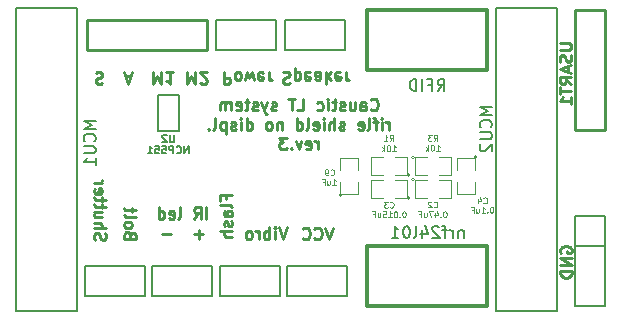
<source format=gbo>
G04 (created by PCBNEW (2013-may-18)-stable) date Вт 24 ноя 2015 00:04:13*
%MOIN*%
G04 Gerber Fmt 3.4, Leading zero omitted, Abs format*
%FSLAX34Y34*%
G01*
G70*
G90*
G04 APERTURE LIST*
%ADD10C,0.00590551*%
%ADD11C,0.00984252*%
%ADD12C,0.006*%
%ADD13C,0.0039*%
%ADD14C,0.012*%
%ADD15C,0.01*%
%ADD16C,0.005*%
%ADD17C,0.0043*%
%ADD18C,0.008*%
G04 APERTURE END LIST*
G54D10*
G54D11*
X36593Y-21598D02*
X36611Y-21616D01*
X36668Y-21635D01*
X36705Y-21635D01*
X36761Y-21616D01*
X36799Y-21579D01*
X36818Y-21541D01*
X36836Y-21467D01*
X36836Y-21410D01*
X36818Y-21335D01*
X36799Y-21298D01*
X36761Y-21260D01*
X36705Y-21242D01*
X36668Y-21242D01*
X36611Y-21260D01*
X36593Y-21279D01*
X36255Y-21635D02*
X36255Y-21429D01*
X36274Y-21392D01*
X36311Y-21373D01*
X36386Y-21373D01*
X36424Y-21392D01*
X36255Y-21616D02*
X36293Y-21635D01*
X36386Y-21635D01*
X36424Y-21616D01*
X36443Y-21579D01*
X36443Y-21541D01*
X36424Y-21504D01*
X36386Y-21485D01*
X36293Y-21485D01*
X36255Y-21467D01*
X35899Y-21373D02*
X35899Y-21635D01*
X36068Y-21373D02*
X36068Y-21579D01*
X36049Y-21616D01*
X36011Y-21635D01*
X35955Y-21635D01*
X35918Y-21616D01*
X35899Y-21598D01*
X35730Y-21616D02*
X35693Y-21635D01*
X35618Y-21635D01*
X35580Y-21616D01*
X35561Y-21579D01*
X35561Y-21560D01*
X35580Y-21523D01*
X35618Y-21504D01*
X35674Y-21504D01*
X35711Y-21485D01*
X35730Y-21448D01*
X35730Y-21429D01*
X35711Y-21392D01*
X35674Y-21373D01*
X35618Y-21373D01*
X35580Y-21392D01*
X35449Y-21373D02*
X35299Y-21373D01*
X35393Y-21242D02*
X35393Y-21579D01*
X35374Y-21616D01*
X35336Y-21635D01*
X35299Y-21635D01*
X35168Y-21635D02*
X35168Y-21373D01*
X35168Y-21242D02*
X35187Y-21260D01*
X35168Y-21279D01*
X35149Y-21260D01*
X35168Y-21242D01*
X35168Y-21279D01*
X34812Y-21616D02*
X34849Y-21635D01*
X34924Y-21635D01*
X34962Y-21616D01*
X34980Y-21598D01*
X34999Y-21560D01*
X34999Y-21448D01*
X34980Y-21410D01*
X34962Y-21392D01*
X34924Y-21373D01*
X34849Y-21373D01*
X34812Y-21392D01*
X34155Y-21635D02*
X34343Y-21635D01*
X34343Y-21242D01*
X34080Y-21242D02*
X33855Y-21242D01*
X33968Y-21635D02*
X33968Y-21242D01*
X33443Y-21616D02*
X33405Y-21635D01*
X33330Y-21635D01*
X33293Y-21616D01*
X33274Y-21579D01*
X33274Y-21560D01*
X33293Y-21523D01*
X33330Y-21504D01*
X33387Y-21504D01*
X33424Y-21485D01*
X33443Y-21448D01*
X33443Y-21429D01*
X33424Y-21392D01*
X33387Y-21373D01*
X33330Y-21373D01*
X33293Y-21392D01*
X33143Y-21373D02*
X33049Y-21635D01*
X32956Y-21373D02*
X33049Y-21635D01*
X33087Y-21729D01*
X33106Y-21748D01*
X33143Y-21766D01*
X32824Y-21616D02*
X32787Y-21635D01*
X32712Y-21635D01*
X32674Y-21616D01*
X32656Y-21579D01*
X32656Y-21560D01*
X32674Y-21523D01*
X32712Y-21504D01*
X32768Y-21504D01*
X32806Y-21485D01*
X32824Y-21448D01*
X32824Y-21429D01*
X32806Y-21392D01*
X32768Y-21373D01*
X32712Y-21373D01*
X32674Y-21392D01*
X32543Y-21373D02*
X32393Y-21373D01*
X32487Y-21242D02*
X32487Y-21579D01*
X32468Y-21616D01*
X32431Y-21635D01*
X32393Y-21635D01*
X32112Y-21616D02*
X32149Y-21635D01*
X32224Y-21635D01*
X32262Y-21616D01*
X32281Y-21579D01*
X32281Y-21429D01*
X32262Y-21392D01*
X32224Y-21373D01*
X32149Y-21373D01*
X32112Y-21392D01*
X32093Y-21429D01*
X32093Y-21467D01*
X32281Y-21504D01*
X31924Y-21635D02*
X31924Y-21373D01*
X31924Y-21410D02*
X31906Y-21392D01*
X31868Y-21373D01*
X31812Y-21373D01*
X31774Y-21392D01*
X31756Y-21429D01*
X31756Y-21635D01*
X31756Y-21429D02*
X31737Y-21392D01*
X31699Y-21373D01*
X31643Y-21373D01*
X31606Y-21392D01*
X31587Y-21429D01*
X31587Y-21635D01*
X37202Y-22285D02*
X37202Y-22022D01*
X37202Y-22097D02*
X37183Y-22060D01*
X37164Y-22041D01*
X37127Y-22022D01*
X37089Y-22022D01*
X36958Y-22285D02*
X36958Y-22022D01*
X36958Y-21891D02*
X36977Y-21910D01*
X36958Y-21929D01*
X36939Y-21910D01*
X36958Y-21891D01*
X36958Y-21929D01*
X36827Y-22022D02*
X36677Y-22022D01*
X36771Y-22285D02*
X36771Y-21947D01*
X36752Y-21910D01*
X36714Y-21891D01*
X36677Y-21891D01*
X36489Y-22285D02*
X36527Y-22266D01*
X36546Y-22229D01*
X36546Y-21891D01*
X36190Y-22266D02*
X36227Y-22285D01*
X36302Y-22285D01*
X36339Y-22266D01*
X36358Y-22229D01*
X36358Y-22079D01*
X36339Y-22041D01*
X36302Y-22022D01*
X36227Y-22022D01*
X36190Y-22041D01*
X36171Y-22079D01*
X36171Y-22116D01*
X36358Y-22154D01*
X35721Y-22266D02*
X35683Y-22285D01*
X35608Y-22285D01*
X35571Y-22266D01*
X35552Y-22229D01*
X35552Y-22210D01*
X35571Y-22172D01*
X35608Y-22154D01*
X35665Y-22154D01*
X35702Y-22135D01*
X35721Y-22097D01*
X35721Y-22079D01*
X35702Y-22041D01*
X35665Y-22022D01*
X35608Y-22022D01*
X35571Y-22041D01*
X35383Y-22285D02*
X35383Y-21891D01*
X35215Y-22285D02*
X35215Y-22079D01*
X35233Y-22041D01*
X35271Y-22022D01*
X35327Y-22022D01*
X35365Y-22041D01*
X35383Y-22060D01*
X35027Y-22285D02*
X35027Y-22022D01*
X35027Y-21891D02*
X35046Y-21910D01*
X35027Y-21929D01*
X35008Y-21910D01*
X35027Y-21891D01*
X35027Y-21929D01*
X34690Y-22266D02*
X34727Y-22285D01*
X34802Y-22285D01*
X34840Y-22266D01*
X34858Y-22229D01*
X34858Y-22079D01*
X34840Y-22041D01*
X34802Y-22022D01*
X34727Y-22022D01*
X34690Y-22041D01*
X34671Y-22079D01*
X34671Y-22116D01*
X34858Y-22154D01*
X34446Y-22285D02*
X34483Y-22266D01*
X34502Y-22229D01*
X34502Y-21891D01*
X34127Y-22285D02*
X34127Y-21891D01*
X34127Y-22266D02*
X34165Y-22285D01*
X34240Y-22285D01*
X34277Y-22266D01*
X34296Y-22247D01*
X34315Y-22210D01*
X34315Y-22097D01*
X34296Y-22060D01*
X34277Y-22041D01*
X34240Y-22022D01*
X34165Y-22022D01*
X34127Y-22041D01*
X33640Y-22022D02*
X33640Y-22285D01*
X33640Y-22060D02*
X33621Y-22041D01*
X33584Y-22022D01*
X33527Y-22022D01*
X33490Y-22041D01*
X33471Y-22079D01*
X33471Y-22285D01*
X33227Y-22285D02*
X33265Y-22266D01*
X33284Y-22247D01*
X33302Y-22210D01*
X33302Y-22097D01*
X33284Y-22060D01*
X33265Y-22041D01*
X33227Y-22022D01*
X33171Y-22022D01*
X33134Y-22041D01*
X33115Y-22060D01*
X33096Y-22097D01*
X33096Y-22210D01*
X33115Y-22247D01*
X33134Y-22266D01*
X33171Y-22285D01*
X33227Y-22285D01*
X32459Y-22285D02*
X32459Y-21891D01*
X32459Y-22266D02*
X32496Y-22285D01*
X32571Y-22285D01*
X32609Y-22266D01*
X32627Y-22247D01*
X32646Y-22210D01*
X32646Y-22097D01*
X32627Y-22060D01*
X32609Y-22041D01*
X32571Y-22022D01*
X32496Y-22022D01*
X32459Y-22041D01*
X32271Y-22285D02*
X32271Y-22022D01*
X32271Y-21891D02*
X32290Y-21910D01*
X32271Y-21929D01*
X32252Y-21910D01*
X32271Y-21891D01*
X32271Y-21929D01*
X32103Y-22266D02*
X32065Y-22285D01*
X31990Y-22285D01*
X31953Y-22266D01*
X31934Y-22229D01*
X31934Y-22210D01*
X31953Y-22172D01*
X31990Y-22154D01*
X32046Y-22154D01*
X32084Y-22135D01*
X32103Y-22097D01*
X32103Y-22079D01*
X32084Y-22041D01*
X32046Y-22022D01*
X31990Y-22022D01*
X31953Y-22041D01*
X31765Y-22022D02*
X31765Y-22416D01*
X31765Y-22041D02*
X31728Y-22022D01*
X31653Y-22022D01*
X31615Y-22041D01*
X31596Y-22060D01*
X31578Y-22097D01*
X31578Y-22210D01*
X31596Y-22247D01*
X31615Y-22266D01*
X31653Y-22285D01*
X31728Y-22285D01*
X31765Y-22266D01*
X31353Y-22285D02*
X31390Y-22266D01*
X31409Y-22229D01*
X31409Y-21891D01*
X31203Y-22247D02*
X31184Y-22266D01*
X31203Y-22285D01*
X31221Y-22266D01*
X31203Y-22247D01*
X31203Y-22285D01*
X34830Y-22934D02*
X34830Y-22672D01*
X34830Y-22747D02*
X34812Y-22709D01*
X34793Y-22691D01*
X34755Y-22672D01*
X34718Y-22672D01*
X34437Y-22916D02*
X34474Y-22934D01*
X34549Y-22934D01*
X34587Y-22916D01*
X34605Y-22878D01*
X34605Y-22728D01*
X34587Y-22691D01*
X34549Y-22672D01*
X34474Y-22672D01*
X34437Y-22691D01*
X34418Y-22728D01*
X34418Y-22766D01*
X34605Y-22803D01*
X34287Y-22672D02*
X34193Y-22934D01*
X34099Y-22672D01*
X33949Y-22897D02*
X33930Y-22916D01*
X33949Y-22934D01*
X33968Y-22916D01*
X33949Y-22897D01*
X33949Y-22934D01*
X33799Y-22541D02*
X33555Y-22541D01*
X33687Y-22691D01*
X33630Y-22691D01*
X33593Y-22709D01*
X33574Y-22728D01*
X33555Y-22766D01*
X33555Y-22859D01*
X33574Y-22897D01*
X33593Y-22916D01*
X33630Y-22934D01*
X33743Y-22934D01*
X33780Y-22916D01*
X33799Y-22897D01*
X42934Y-26383D02*
X42915Y-26345D01*
X42915Y-26289D01*
X42934Y-26233D01*
X42971Y-26195D01*
X43008Y-26176D01*
X43083Y-26158D01*
X43140Y-26158D01*
X43215Y-26176D01*
X43252Y-26195D01*
X43290Y-26233D01*
X43308Y-26289D01*
X43308Y-26326D01*
X43290Y-26383D01*
X43271Y-26401D01*
X43140Y-26401D01*
X43140Y-26326D01*
X43308Y-26570D02*
X42915Y-26570D01*
X43308Y-26795D01*
X42915Y-26795D01*
X43308Y-26983D02*
X42915Y-26983D01*
X42915Y-27076D01*
X42934Y-27133D01*
X42971Y-27170D01*
X43008Y-27189D01*
X43083Y-27208D01*
X43140Y-27208D01*
X43215Y-27189D01*
X43252Y-27170D01*
X43290Y-27133D01*
X43308Y-27076D01*
X43308Y-26983D01*
X42895Y-19400D02*
X43214Y-19400D01*
X43251Y-19419D01*
X43270Y-19438D01*
X43289Y-19475D01*
X43289Y-19550D01*
X43270Y-19588D01*
X43251Y-19606D01*
X43214Y-19625D01*
X42895Y-19625D01*
X43270Y-19794D02*
X43289Y-19850D01*
X43289Y-19944D01*
X43270Y-19981D01*
X43251Y-20000D01*
X43214Y-20019D01*
X43176Y-20019D01*
X43139Y-20000D01*
X43120Y-19981D01*
X43101Y-19944D01*
X43083Y-19869D01*
X43064Y-19831D01*
X43045Y-19812D01*
X43008Y-19794D01*
X42970Y-19794D01*
X42933Y-19812D01*
X42914Y-19831D01*
X42895Y-19869D01*
X42895Y-19962D01*
X42914Y-20019D01*
X43176Y-20169D02*
X43176Y-20356D01*
X43289Y-20131D02*
X42895Y-20262D01*
X43289Y-20394D01*
X43289Y-20750D02*
X43101Y-20619D01*
X43289Y-20525D02*
X42895Y-20525D01*
X42895Y-20675D01*
X42914Y-20712D01*
X42933Y-20731D01*
X42970Y-20750D01*
X43026Y-20750D01*
X43064Y-20731D01*
X43083Y-20712D01*
X43101Y-20675D01*
X43101Y-20525D01*
X42895Y-20862D02*
X42895Y-21087D01*
X43289Y-20975D02*
X42895Y-20975D01*
X43289Y-21425D02*
X43289Y-21200D01*
X43289Y-21312D02*
X42895Y-21312D01*
X42951Y-21275D01*
X42989Y-21237D01*
X43008Y-21200D01*
X27425Y-20381D02*
X27481Y-20362D01*
X27575Y-20362D01*
X27612Y-20381D01*
X27631Y-20399D01*
X27650Y-20437D01*
X27650Y-20474D01*
X27631Y-20512D01*
X27612Y-20531D01*
X27575Y-20549D01*
X27500Y-20568D01*
X27462Y-20587D01*
X27444Y-20606D01*
X27425Y-20643D01*
X27425Y-20681D01*
X27444Y-20718D01*
X27462Y-20737D01*
X27500Y-20755D01*
X27594Y-20755D01*
X27650Y-20737D01*
X28400Y-20474D02*
X28587Y-20474D01*
X28362Y-20362D02*
X28494Y-20755D01*
X28625Y-20362D01*
X29356Y-20362D02*
X29356Y-20755D01*
X29487Y-20474D01*
X29618Y-20755D01*
X29618Y-20362D01*
X30012Y-20362D02*
X29787Y-20362D01*
X29900Y-20362D02*
X29900Y-20755D01*
X29862Y-20699D01*
X29825Y-20662D01*
X29787Y-20643D01*
X30481Y-20362D02*
X30481Y-20755D01*
X30612Y-20474D01*
X30743Y-20755D01*
X30743Y-20362D01*
X30912Y-20718D02*
X30931Y-20737D01*
X30968Y-20755D01*
X31062Y-20755D01*
X31100Y-20737D01*
X31118Y-20718D01*
X31137Y-20681D01*
X31137Y-20643D01*
X31118Y-20587D01*
X30893Y-20362D01*
X31137Y-20362D01*
X31692Y-20362D02*
X31692Y-20755D01*
X31842Y-20755D01*
X31879Y-20737D01*
X31898Y-20718D01*
X31917Y-20681D01*
X31917Y-20624D01*
X31898Y-20587D01*
X31879Y-20568D01*
X31842Y-20549D01*
X31692Y-20549D01*
X32142Y-20362D02*
X32104Y-20381D01*
X32086Y-20399D01*
X32067Y-20437D01*
X32067Y-20549D01*
X32086Y-20587D01*
X32104Y-20606D01*
X32142Y-20624D01*
X32198Y-20624D01*
X32236Y-20606D01*
X32254Y-20587D01*
X32273Y-20549D01*
X32273Y-20437D01*
X32254Y-20399D01*
X32236Y-20381D01*
X32198Y-20362D01*
X32142Y-20362D01*
X32404Y-20624D02*
X32479Y-20362D01*
X32554Y-20549D01*
X32629Y-20362D01*
X32704Y-20624D01*
X33004Y-20381D02*
X32967Y-20362D01*
X32892Y-20362D01*
X32854Y-20381D01*
X32836Y-20418D01*
X32836Y-20568D01*
X32854Y-20606D01*
X32892Y-20624D01*
X32967Y-20624D01*
X33004Y-20606D01*
X33023Y-20568D01*
X33023Y-20531D01*
X32836Y-20493D01*
X33192Y-20362D02*
X33192Y-20624D01*
X33192Y-20549D02*
X33211Y-20587D01*
X33229Y-20606D01*
X33267Y-20624D01*
X33304Y-20624D01*
X33666Y-20371D02*
X33722Y-20352D01*
X33816Y-20352D01*
X33854Y-20371D01*
X33872Y-20389D01*
X33891Y-20427D01*
X33891Y-20464D01*
X33872Y-20502D01*
X33854Y-20521D01*
X33816Y-20539D01*
X33741Y-20558D01*
X33704Y-20577D01*
X33685Y-20596D01*
X33666Y-20633D01*
X33666Y-20671D01*
X33685Y-20708D01*
X33704Y-20727D01*
X33741Y-20746D01*
X33835Y-20746D01*
X33891Y-20727D01*
X34060Y-20614D02*
X34060Y-20221D01*
X34060Y-20596D02*
X34097Y-20614D01*
X34172Y-20614D01*
X34210Y-20596D01*
X34229Y-20577D01*
X34247Y-20539D01*
X34247Y-20427D01*
X34229Y-20389D01*
X34210Y-20371D01*
X34172Y-20352D01*
X34097Y-20352D01*
X34060Y-20371D01*
X34566Y-20371D02*
X34528Y-20352D01*
X34453Y-20352D01*
X34416Y-20371D01*
X34397Y-20408D01*
X34397Y-20558D01*
X34416Y-20596D01*
X34453Y-20614D01*
X34528Y-20614D01*
X34566Y-20596D01*
X34585Y-20558D01*
X34585Y-20521D01*
X34397Y-20483D01*
X34922Y-20352D02*
X34922Y-20558D01*
X34903Y-20596D01*
X34866Y-20614D01*
X34791Y-20614D01*
X34753Y-20596D01*
X34922Y-20371D02*
X34885Y-20352D01*
X34791Y-20352D01*
X34753Y-20371D01*
X34735Y-20408D01*
X34735Y-20446D01*
X34753Y-20483D01*
X34791Y-20502D01*
X34885Y-20502D01*
X34922Y-20521D01*
X35110Y-20352D02*
X35110Y-20746D01*
X35147Y-20502D02*
X35260Y-20352D01*
X35260Y-20614D02*
X35110Y-20464D01*
X35578Y-20371D02*
X35541Y-20352D01*
X35466Y-20352D01*
X35428Y-20371D01*
X35410Y-20408D01*
X35410Y-20558D01*
X35428Y-20596D01*
X35466Y-20614D01*
X35541Y-20614D01*
X35578Y-20596D01*
X35597Y-20558D01*
X35597Y-20521D01*
X35410Y-20483D01*
X35766Y-20352D02*
X35766Y-20614D01*
X35766Y-20539D02*
X35785Y-20577D01*
X35803Y-20596D01*
X35841Y-20614D01*
X35878Y-20614D01*
X28580Y-25798D02*
X28561Y-25742D01*
X28542Y-25723D01*
X28505Y-25704D01*
X28449Y-25704D01*
X28411Y-25723D01*
X28392Y-25742D01*
X28374Y-25779D01*
X28374Y-25929D01*
X28767Y-25929D01*
X28767Y-25798D01*
X28749Y-25761D01*
X28730Y-25742D01*
X28692Y-25723D01*
X28655Y-25723D01*
X28617Y-25742D01*
X28599Y-25761D01*
X28580Y-25798D01*
X28580Y-25929D01*
X28374Y-25479D02*
X28392Y-25517D01*
X28411Y-25536D01*
X28449Y-25554D01*
X28561Y-25554D01*
X28599Y-25536D01*
X28617Y-25517D01*
X28636Y-25479D01*
X28636Y-25423D01*
X28617Y-25386D01*
X28599Y-25367D01*
X28561Y-25348D01*
X28449Y-25348D01*
X28411Y-25367D01*
X28392Y-25386D01*
X28374Y-25423D01*
X28374Y-25479D01*
X28374Y-25123D02*
X28392Y-25161D01*
X28430Y-25179D01*
X28767Y-25179D01*
X28636Y-25029D02*
X28636Y-24880D01*
X28767Y-24973D02*
X28430Y-24973D01*
X28392Y-24955D01*
X28374Y-24917D01*
X28374Y-24880D01*
X27398Y-25954D02*
X27380Y-25898D01*
X27380Y-25804D01*
X27398Y-25767D01*
X27417Y-25748D01*
X27455Y-25729D01*
X27492Y-25729D01*
X27529Y-25748D01*
X27548Y-25767D01*
X27567Y-25804D01*
X27586Y-25879D01*
X27604Y-25917D01*
X27623Y-25935D01*
X27661Y-25954D01*
X27698Y-25954D01*
X27736Y-25935D01*
X27754Y-25917D01*
X27773Y-25879D01*
X27773Y-25785D01*
X27754Y-25729D01*
X27380Y-25561D02*
X27773Y-25561D01*
X27380Y-25392D02*
X27586Y-25392D01*
X27623Y-25411D01*
X27642Y-25448D01*
X27642Y-25504D01*
X27623Y-25542D01*
X27604Y-25561D01*
X27642Y-25036D02*
X27380Y-25036D01*
X27642Y-25204D02*
X27436Y-25204D01*
X27398Y-25186D01*
X27380Y-25148D01*
X27380Y-25092D01*
X27398Y-25054D01*
X27417Y-25036D01*
X27642Y-24904D02*
X27642Y-24754D01*
X27773Y-24848D02*
X27436Y-24848D01*
X27398Y-24829D01*
X27380Y-24792D01*
X27380Y-24754D01*
X27642Y-24679D02*
X27642Y-24529D01*
X27773Y-24623D02*
X27436Y-24623D01*
X27398Y-24604D01*
X27380Y-24567D01*
X27380Y-24529D01*
X27398Y-24248D02*
X27380Y-24286D01*
X27380Y-24361D01*
X27398Y-24398D01*
X27436Y-24417D01*
X27586Y-24417D01*
X27623Y-24398D01*
X27642Y-24361D01*
X27642Y-24286D01*
X27623Y-24248D01*
X27586Y-24229D01*
X27548Y-24229D01*
X27511Y-24417D01*
X27380Y-24061D02*
X27642Y-24061D01*
X27567Y-24061D02*
X27604Y-24042D01*
X27623Y-24023D01*
X27642Y-23986D01*
X27642Y-23948D01*
X31121Y-25257D02*
X31121Y-24864D01*
X30709Y-25257D02*
X30840Y-25070D01*
X30934Y-25257D02*
X30934Y-24864D01*
X30784Y-24864D01*
X30746Y-24882D01*
X30727Y-24901D01*
X30709Y-24939D01*
X30709Y-24995D01*
X30727Y-25032D01*
X30746Y-25051D01*
X30784Y-25070D01*
X30934Y-25070D01*
X30184Y-25257D02*
X30221Y-25239D01*
X30240Y-25201D01*
X30240Y-24864D01*
X29884Y-25239D02*
X29921Y-25257D01*
X29996Y-25257D01*
X30034Y-25239D01*
X30052Y-25201D01*
X30052Y-25051D01*
X30034Y-25014D01*
X29996Y-24995D01*
X29921Y-24995D01*
X29884Y-25014D01*
X29865Y-25051D01*
X29865Y-25089D01*
X30052Y-25126D01*
X29528Y-25257D02*
X29528Y-24864D01*
X29528Y-25239D02*
X29565Y-25257D01*
X29640Y-25257D01*
X29678Y-25239D01*
X29696Y-25220D01*
X29715Y-25182D01*
X29715Y-25070D01*
X29696Y-25032D01*
X29678Y-25014D01*
X29640Y-24995D01*
X29565Y-24995D01*
X29528Y-25014D01*
X31018Y-25757D02*
X30718Y-25757D01*
X30868Y-25907D02*
X30868Y-25607D01*
X29931Y-25757D02*
X29631Y-25757D01*
X31764Y-24585D02*
X31764Y-24453D01*
X31970Y-24453D02*
X31576Y-24453D01*
X31576Y-24641D01*
X31970Y-24847D02*
X31951Y-24810D01*
X31914Y-24791D01*
X31576Y-24791D01*
X31970Y-25166D02*
X31764Y-25166D01*
X31726Y-25147D01*
X31707Y-25110D01*
X31707Y-25035D01*
X31726Y-24997D01*
X31951Y-25166D02*
X31970Y-25128D01*
X31970Y-25035D01*
X31951Y-24997D01*
X31914Y-24978D01*
X31876Y-24978D01*
X31839Y-24997D01*
X31820Y-25035D01*
X31820Y-25128D01*
X31801Y-25166D01*
X31951Y-25335D02*
X31970Y-25372D01*
X31970Y-25447D01*
X31951Y-25485D01*
X31914Y-25503D01*
X31895Y-25503D01*
X31857Y-25485D01*
X31839Y-25447D01*
X31839Y-25391D01*
X31820Y-25353D01*
X31782Y-25335D01*
X31764Y-25335D01*
X31726Y-25353D01*
X31707Y-25391D01*
X31707Y-25447D01*
X31726Y-25485D01*
X31970Y-25672D02*
X31576Y-25672D01*
X31970Y-25841D02*
X31764Y-25841D01*
X31726Y-25822D01*
X31707Y-25785D01*
X31707Y-25728D01*
X31726Y-25691D01*
X31745Y-25672D01*
X33803Y-25533D02*
X33672Y-25927D01*
X33540Y-25533D01*
X33409Y-25927D02*
X33409Y-25664D01*
X33409Y-25533D02*
X33428Y-25552D01*
X33409Y-25570D01*
X33390Y-25552D01*
X33409Y-25533D01*
X33409Y-25570D01*
X33222Y-25927D02*
X33222Y-25533D01*
X33222Y-25683D02*
X33184Y-25664D01*
X33109Y-25664D01*
X33072Y-25683D01*
X33053Y-25702D01*
X33034Y-25739D01*
X33034Y-25852D01*
X33053Y-25889D01*
X33072Y-25908D01*
X33109Y-25927D01*
X33184Y-25927D01*
X33222Y-25908D01*
X32866Y-25927D02*
X32866Y-25664D01*
X32866Y-25739D02*
X32847Y-25702D01*
X32828Y-25683D01*
X32791Y-25664D01*
X32753Y-25664D01*
X32566Y-25927D02*
X32603Y-25908D01*
X32622Y-25889D01*
X32641Y-25852D01*
X32641Y-25739D01*
X32622Y-25702D01*
X32603Y-25683D01*
X32566Y-25664D01*
X32509Y-25664D01*
X32472Y-25683D01*
X32453Y-25702D01*
X32434Y-25739D01*
X32434Y-25852D01*
X32453Y-25889D01*
X32472Y-25908D01*
X32509Y-25927D01*
X32566Y-25927D01*
X35337Y-25543D02*
X35206Y-25936D01*
X35075Y-25543D01*
X34719Y-25899D02*
X34738Y-25918D01*
X34794Y-25936D01*
X34831Y-25936D01*
X34887Y-25918D01*
X34925Y-25880D01*
X34944Y-25843D01*
X34962Y-25768D01*
X34962Y-25711D01*
X34944Y-25636D01*
X34925Y-25599D01*
X34887Y-25561D01*
X34831Y-25543D01*
X34794Y-25543D01*
X34738Y-25561D01*
X34719Y-25580D01*
X34325Y-25899D02*
X34344Y-25918D01*
X34400Y-25936D01*
X34438Y-25936D01*
X34494Y-25918D01*
X34531Y-25880D01*
X34550Y-25843D01*
X34569Y-25768D01*
X34569Y-25711D01*
X34550Y-25636D01*
X34531Y-25599D01*
X34494Y-25561D01*
X34438Y-25543D01*
X34400Y-25543D01*
X34344Y-25561D01*
X34325Y-25580D01*
G54D12*
X29314Y-26822D02*
X29314Y-27822D01*
X29314Y-27822D02*
X31314Y-27822D01*
X31314Y-27822D02*
X31314Y-26822D01*
X31314Y-26822D02*
X29314Y-26822D01*
G54D13*
X38061Y-23203D02*
G75*
G03X38061Y-23203I-50J0D01*
G74*
G01*
X38461Y-23203D02*
X38061Y-23203D01*
X38061Y-23203D02*
X38061Y-23803D01*
X38061Y-23803D02*
X38461Y-23803D01*
X38861Y-23803D02*
X39261Y-23803D01*
X39261Y-23803D02*
X39261Y-23203D01*
X39261Y-23203D02*
X38861Y-23203D01*
X37904Y-24551D02*
G75*
G03X37904Y-24551I-50J0D01*
G74*
G01*
X37404Y-24551D02*
X37804Y-24551D01*
X37804Y-24551D02*
X37804Y-23951D01*
X37804Y-23951D02*
X37404Y-23951D01*
X37004Y-23951D02*
X36604Y-23951D01*
X36604Y-23951D02*
X36604Y-24551D01*
X36604Y-24551D02*
X37004Y-24551D01*
X37904Y-23803D02*
G75*
G03X37904Y-23803I-50J0D01*
G74*
G01*
X37404Y-23803D02*
X37804Y-23803D01*
X37804Y-23803D02*
X37804Y-23203D01*
X37804Y-23203D02*
X37404Y-23203D01*
X37004Y-23203D02*
X36604Y-23203D01*
X36604Y-23203D02*
X36604Y-23803D01*
X36604Y-23803D02*
X37004Y-23803D01*
X38061Y-23951D02*
G75*
G03X38061Y-23951I-50J0D01*
G74*
G01*
X38461Y-23951D02*
X38061Y-23951D01*
X38061Y-23951D02*
X38061Y-24551D01*
X38061Y-24551D02*
X38461Y-24551D01*
X38861Y-24551D02*
X39261Y-24551D01*
X39261Y-24551D02*
X39261Y-23951D01*
X39261Y-23951D02*
X38861Y-23951D01*
X35635Y-24468D02*
G75*
G03X35635Y-24468I-50J0D01*
G74*
G01*
X35585Y-24018D02*
X35585Y-24418D01*
X35585Y-24418D02*
X36185Y-24418D01*
X36185Y-24418D02*
X36185Y-24018D01*
X36185Y-23618D02*
X36185Y-23218D01*
X36185Y-23218D02*
X35585Y-23218D01*
X35585Y-23218D02*
X35585Y-23618D01*
X40133Y-23188D02*
G75*
G03X40133Y-23188I-50J0D01*
G74*
G01*
X40083Y-23638D02*
X40083Y-23238D01*
X40083Y-23238D02*
X39483Y-23238D01*
X39483Y-23238D02*
X39483Y-23638D01*
X39483Y-24038D02*
X39483Y-24438D01*
X39483Y-24438D02*
X40083Y-24438D01*
X40083Y-24438D02*
X40083Y-24038D01*
G54D14*
X36484Y-28165D02*
X40484Y-28165D01*
X40484Y-28165D02*
X40484Y-26165D01*
X40484Y-26165D02*
X36484Y-26165D01*
X36484Y-26165D02*
X36484Y-28165D01*
X40484Y-18291D02*
X36484Y-18291D01*
X36484Y-18291D02*
X36484Y-20291D01*
X36484Y-20291D02*
X40484Y-20291D01*
X40484Y-20291D02*
X40484Y-18291D01*
G54D15*
X31133Y-18633D02*
X27133Y-18633D01*
X31133Y-19633D02*
X27133Y-19633D01*
X27133Y-19633D02*
X27133Y-18633D01*
X31133Y-18633D02*
X31133Y-19633D01*
X44397Y-22275D02*
X44397Y-18275D01*
X43397Y-22275D02*
X43397Y-18275D01*
X43397Y-18275D02*
X44397Y-18275D01*
X44397Y-22275D02*
X43397Y-22275D01*
G54D12*
X44397Y-25173D02*
X43397Y-25173D01*
X43397Y-25173D02*
X43397Y-28173D01*
X43397Y-28173D02*
X44397Y-28173D01*
X44397Y-28173D02*
X44397Y-25173D01*
X43397Y-26173D02*
X44397Y-26173D01*
X27070Y-26822D02*
X27070Y-27822D01*
X27070Y-27822D02*
X29070Y-27822D01*
X29070Y-27822D02*
X29070Y-26822D01*
X29070Y-26822D02*
X27070Y-26822D01*
X35724Y-19633D02*
X35724Y-18633D01*
X35724Y-18633D02*
X33724Y-18633D01*
X33724Y-18633D02*
X33724Y-19633D01*
X33724Y-19633D02*
X35724Y-19633D01*
X33440Y-19633D02*
X33440Y-18633D01*
X33440Y-18633D02*
X31440Y-18633D01*
X31440Y-18633D02*
X31440Y-19633D01*
X31440Y-19633D02*
X33440Y-19633D01*
X31559Y-26822D02*
X31559Y-27822D01*
X31559Y-27822D02*
X33559Y-27822D01*
X33559Y-27822D02*
X33559Y-26822D01*
X33559Y-26822D02*
X31559Y-26822D01*
X33803Y-26822D02*
X33803Y-27822D01*
X33803Y-27822D02*
X35803Y-27822D01*
X35803Y-27822D02*
X35803Y-26822D01*
X35803Y-26822D02*
X33803Y-26822D01*
G54D10*
X24763Y-18228D02*
X24763Y-28307D01*
X24763Y-28307D02*
X26811Y-28307D01*
X26811Y-28307D02*
X26811Y-18228D01*
X26811Y-18228D02*
X24763Y-18228D01*
X42811Y-28307D02*
X42811Y-18228D01*
X42811Y-18228D02*
X40763Y-18228D01*
X40763Y-18228D02*
X40763Y-28307D01*
X40763Y-28307D02*
X42811Y-28307D01*
G54D16*
X29502Y-22332D02*
X30202Y-22332D01*
X30202Y-22332D02*
X30202Y-21132D01*
X30202Y-21132D02*
X29502Y-21132D01*
X29502Y-21132D02*
X29502Y-22332D01*
G54D17*
X38694Y-22658D02*
X38759Y-22564D01*
X38806Y-22658D02*
X38806Y-22461D01*
X38731Y-22461D01*
X38713Y-22470D01*
X38703Y-22480D01*
X38694Y-22499D01*
X38694Y-22527D01*
X38703Y-22545D01*
X38713Y-22555D01*
X38731Y-22564D01*
X38806Y-22564D01*
X38628Y-22461D02*
X38506Y-22461D01*
X38572Y-22536D01*
X38544Y-22536D01*
X38525Y-22545D01*
X38516Y-22555D01*
X38506Y-22574D01*
X38506Y-22620D01*
X38516Y-22639D01*
X38525Y-22649D01*
X38544Y-22658D01*
X38600Y-22658D01*
X38619Y-22649D01*
X38628Y-22639D01*
X38778Y-22983D02*
X38891Y-22983D01*
X38834Y-22983D02*
X38834Y-22786D01*
X38853Y-22814D01*
X38872Y-22833D01*
X38891Y-22842D01*
X38656Y-22786D02*
X38637Y-22786D01*
X38619Y-22795D01*
X38609Y-22805D01*
X38600Y-22823D01*
X38591Y-22861D01*
X38591Y-22908D01*
X38600Y-22945D01*
X38609Y-22964D01*
X38619Y-22973D01*
X38637Y-22983D01*
X38656Y-22983D01*
X38675Y-22973D01*
X38684Y-22964D01*
X38694Y-22945D01*
X38703Y-22908D01*
X38703Y-22861D01*
X38694Y-22823D01*
X38684Y-22805D01*
X38675Y-22795D01*
X38656Y-22786D01*
X38506Y-22983D02*
X38506Y-22786D01*
X38487Y-22908D02*
X38431Y-22983D01*
X38431Y-22851D02*
X38506Y-22926D01*
X37237Y-24864D02*
X37246Y-24873D01*
X37275Y-24882D01*
X37293Y-24882D01*
X37321Y-24873D01*
X37340Y-24854D01*
X37350Y-24835D01*
X37359Y-24798D01*
X37359Y-24770D01*
X37350Y-24732D01*
X37340Y-24714D01*
X37321Y-24695D01*
X37293Y-24685D01*
X37275Y-24685D01*
X37246Y-24695D01*
X37237Y-24704D01*
X37171Y-24685D02*
X37049Y-24685D01*
X37115Y-24760D01*
X37087Y-24760D01*
X37068Y-24770D01*
X37059Y-24779D01*
X37049Y-24798D01*
X37049Y-24845D01*
X37059Y-24864D01*
X37068Y-24873D01*
X37087Y-24882D01*
X37143Y-24882D01*
X37162Y-24873D01*
X37171Y-24864D01*
X37715Y-25000D02*
X37697Y-25000D01*
X37678Y-25010D01*
X37669Y-25019D01*
X37659Y-25038D01*
X37650Y-25075D01*
X37650Y-25122D01*
X37659Y-25160D01*
X37669Y-25179D01*
X37678Y-25188D01*
X37697Y-25197D01*
X37715Y-25197D01*
X37734Y-25188D01*
X37744Y-25179D01*
X37753Y-25160D01*
X37762Y-25122D01*
X37762Y-25075D01*
X37753Y-25038D01*
X37744Y-25019D01*
X37734Y-25010D01*
X37715Y-25000D01*
X37565Y-25179D02*
X37556Y-25188D01*
X37565Y-25197D01*
X37575Y-25188D01*
X37565Y-25179D01*
X37565Y-25197D01*
X37434Y-25000D02*
X37415Y-25000D01*
X37397Y-25010D01*
X37387Y-25019D01*
X37378Y-25038D01*
X37368Y-25075D01*
X37368Y-25122D01*
X37378Y-25160D01*
X37387Y-25179D01*
X37397Y-25188D01*
X37415Y-25197D01*
X37434Y-25197D01*
X37453Y-25188D01*
X37462Y-25179D01*
X37472Y-25160D01*
X37481Y-25122D01*
X37481Y-25075D01*
X37472Y-25038D01*
X37462Y-25019D01*
X37453Y-25010D01*
X37434Y-25000D01*
X37181Y-25197D02*
X37293Y-25197D01*
X37237Y-25197D02*
X37237Y-25000D01*
X37256Y-25028D01*
X37275Y-25047D01*
X37293Y-25057D01*
X37003Y-25000D02*
X37096Y-25000D01*
X37106Y-25094D01*
X37096Y-25085D01*
X37078Y-25075D01*
X37031Y-25075D01*
X37012Y-25085D01*
X37003Y-25094D01*
X36993Y-25113D01*
X36993Y-25160D01*
X37003Y-25179D01*
X37012Y-25188D01*
X37031Y-25197D01*
X37078Y-25197D01*
X37096Y-25188D01*
X37106Y-25179D01*
X36824Y-25066D02*
X36824Y-25197D01*
X36909Y-25066D02*
X36909Y-25169D01*
X36899Y-25188D01*
X36881Y-25197D01*
X36852Y-25197D01*
X36834Y-25188D01*
X36824Y-25179D01*
X36665Y-25094D02*
X36730Y-25094D01*
X36730Y-25197D02*
X36730Y-25000D01*
X36637Y-25000D01*
X37227Y-22658D02*
X37293Y-22564D01*
X37340Y-22658D02*
X37340Y-22461D01*
X37265Y-22461D01*
X37246Y-22470D01*
X37237Y-22480D01*
X37227Y-22499D01*
X37227Y-22527D01*
X37237Y-22545D01*
X37246Y-22555D01*
X37265Y-22564D01*
X37340Y-22564D01*
X37040Y-22658D02*
X37152Y-22658D01*
X37096Y-22658D02*
X37096Y-22461D01*
X37115Y-22489D01*
X37133Y-22508D01*
X37152Y-22517D01*
X37321Y-22993D02*
X37434Y-22993D01*
X37378Y-22993D02*
X37378Y-22796D01*
X37397Y-22824D01*
X37415Y-22843D01*
X37434Y-22852D01*
X37200Y-22796D02*
X37181Y-22796D01*
X37162Y-22805D01*
X37153Y-22814D01*
X37143Y-22833D01*
X37134Y-22871D01*
X37134Y-22918D01*
X37143Y-22955D01*
X37153Y-22974D01*
X37162Y-22983D01*
X37181Y-22993D01*
X37200Y-22993D01*
X37218Y-22983D01*
X37228Y-22974D01*
X37237Y-22955D01*
X37246Y-22918D01*
X37246Y-22871D01*
X37237Y-22833D01*
X37228Y-22814D01*
X37218Y-22805D01*
X37200Y-22796D01*
X37049Y-22993D02*
X37049Y-22796D01*
X37031Y-22918D02*
X36974Y-22993D01*
X36974Y-22861D02*
X37049Y-22936D01*
X38694Y-24854D02*
X38703Y-24863D01*
X38731Y-24873D01*
X38750Y-24873D01*
X38778Y-24863D01*
X38797Y-24844D01*
X38806Y-24826D01*
X38816Y-24788D01*
X38816Y-24760D01*
X38806Y-24722D01*
X38797Y-24704D01*
X38778Y-24685D01*
X38750Y-24676D01*
X38731Y-24676D01*
X38703Y-24685D01*
X38694Y-24694D01*
X38619Y-24694D02*
X38609Y-24685D01*
X38591Y-24676D01*
X38544Y-24676D01*
X38525Y-24685D01*
X38516Y-24694D01*
X38506Y-24713D01*
X38506Y-24732D01*
X38516Y-24760D01*
X38628Y-24873D01*
X38506Y-24873D01*
X39078Y-25000D02*
X39060Y-25000D01*
X39041Y-25010D01*
X39031Y-25019D01*
X39022Y-25038D01*
X39013Y-25075D01*
X39013Y-25122D01*
X39022Y-25160D01*
X39031Y-25179D01*
X39041Y-25188D01*
X39060Y-25197D01*
X39078Y-25197D01*
X39097Y-25188D01*
X39107Y-25179D01*
X39116Y-25160D01*
X39125Y-25122D01*
X39125Y-25075D01*
X39116Y-25038D01*
X39107Y-25019D01*
X39097Y-25010D01*
X39078Y-25000D01*
X38928Y-25179D02*
X38919Y-25188D01*
X38928Y-25197D01*
X38938Y-25188D01*
X38928Y-25179D01*
X38928Y-25197D01*
X38750Y-25066D02*
X38750Y-25197D01*
X38797Y-24991D02*
X38844Y-25132D01*
X38722Y-25132D01*
X38666Y-25000D02*
X38534Y-25000D01*
X38619Y-25197D01*
X38375Y-25066D02*
X38375Y-25197D01*
X38459Y-25066D02*
X38459Y-25169D01*
X38450Y-25188D01*
X38431Y-25197D01*
X38403Y-25197D01*
X38384Y-25188D01*
X38375Y-25179D01*
X38215Y-25094D02*
X38281Y-25094D01*
X38281Y-25197D02*
X38281Y-25000D01*
X38187Y-25000D01*
X35259Y-23781D02*
X35268Y-23790D01*
X35296Y-23800D01*
X35315Y-23800D01*
X35343Y-23790D01*
X35362Y-23772D01*
X35371Y-23753D01*
X35381Y-23715D01*
X35381Y-23687D01*
X35371Y-23650D01*
X35362Y-23631D01*
X35343Y-23612D01*
X35315Y-23603D01*
X35296Y-23603D01*
X35268Y-23612D01*
X35259Y-23621D01*
X35165Y-23800D02*
X35127Y-23800D01*
X35109Y-23790D01*
X35099Y-23781D01*
X35080Y-23753D01*
X35071Y-23715D01*
X35071Y-23640D01*
X35080Y-23621D01*
X35090Y-23612D01*
X35109Y-23603D01*
X35146Y-23603D01*
X35165Y-23612D01*
X35174Y-23621D01*
X35184Y-23640D01*
X35184Y-23687D01*
X35174Y-23706D01*
X35165Y-23715D01*
X35146Y-23725D01*
X35109Y-23725D01*
X35090Y-23715D01*
X35080Y-23706D01*
X35071Y-23687D01*
X35323Y-24115D02*
X35436Y-24115D01*
X35380Y-24115D02*
X35380Y-23918D01*
X35399Y-23946D01*
X35417Y-23965D01*
X35436Y-23974D01*
X35155Y-23983D02*
X35155Y-24115D01*
X35239Y-23983D02*
X35239Y-24087D01*
X35230Y-24105D01*
X35211Y-24115D01*
X35183Y-24115D01*
X35164Y-24105D01*
X35155Y-24096D01*
X34995Y-24011D02*
X35061Y-24011D01*
X35061Y-24115D02*
X35061Y-23918D01*
X34967Y-23918D01*
X40357Y-24716D02*
X40367Y-24725D01*
X40395Y-24735D01*
X40413Y-24735D01*
X40442Y-24725D01*
X40460Y-24707D01*
X40470Y-24688D01*
X40479Y-24650D01*
X40479Y-24622D01*
X40470Y-24585D01*
X40460Y-24566D01*
X40442Y-24547D01*
X40413Y-24538D01*
X40395Y-24538D01*
X40367Y-24547D01*
X40357Y-24557D01*
X40188Y-24603D02*
X40188Y-24735D01*
X40235Y-24528D02*
X40282Y-24669D01*
X40160Y-24669D01*
X40638Y-24853D02*
X40619Y-24853D01*
X40601Y-24862D01*
X40591Y-24871D01*
X40582Y-24890D01*
X40572Y-24928D01*
X40572Y-24975D01*
X40582Y-25012D01*
X40591Y-25031D01*
X40601Y-25040D01*
X40619Y-25050D01*
X40638Y-25050D01*
X40657Y-25040D01*
X40666Y-25031D01*
X40676Y-25012D01*
X40685Y-24975D01*
X40685Y-24928D01*
X40676Y-24890D01*
X40666Y-24871D01*
X40657Y-24862D01*
X40638Y-24853D01*
X40488Y-25031D02*
X40479Y-25040D01*
X40488Y-25050D01*
X40497Y-25040D01*
X40488Y-25031D01*
X40488Y-25050D01*
X40291Y-25050D02*
X40404Y-25050D01*
X40347Y-25050D02*
X40347Y-24853D01*
X40366Y-24881D01*
X40385Y-24900D01*
X40404Y-24909D01*
X40122Y-24918D02*
X40122Y-25050D01*
X40207Y-24918D02*
X40207Y-25022D01*
X40197Y-25040D01*
X40178Y-25050D01*
X40150Y-25050D01*
X40132Y-25040D01*
X40122Y-25031D01*
X39963Y-24947D02*
X40028Y-24947D01*
X40028Y-25050D02*
X40028Y-24853D01*
X39935Y-24853D01*
G54D18*
X39694Y-25623D02*
X39694Y-25890D01*
X39694Y-25661D02*
X39675Y-25642D01*
X39637Y-25623D01*
X39580Y-25623D01*
X39542Y-25642D01*
X39522Y-25680D01*
X39522Y-25890D01*
X39332Y-25890D02*
X39332Y-25623D01*
X39332Y-25699D02*
X39313Y-25661D01*
X39294Y-25642D01*
X39256Y-25623D01*
X39218Y-25623D01*
X39142Y-25623D02*
X38989Y-25623D01*
X39084Y-25890D02*
X39084Y-25547D01*
X39065Y-25509D01*
X39027Y-25490D01*
X38989Y-25490D01*
X38875Y-25528D02*
X38856Y-25509D01*
X38818Y-25490D01*
X38722Y-25490D01*
X38684Y-25509D01*
X38665Y-25528D01*
X38646Y-25566D01*
X38646Y-25604D01*
X38665Y-25661D01*
X38894Y-25890D01*
X38646Y-25890D01*
X38303Y-25623D02*
X38303Y-25890D01*
X38399Y-25471D02*
X38494Y-25756D01*
X38246Y-25756D01*
X38037Y-25890D02*
X38075Y-25871D01*
X38094Y-25833D01*
X38094Y-25490D01*
X37808Y-25490D02*
X37770Y-25490D01*
X37732Y-25509D01*
X37713Y-25528D01*
X37694Y-25566D01*
X37675Y-25642D01*
X37675Y-25737D01*
X37694Y-25814D01*
X37713Y-25852D01*
X37732Y-25871D01*
X37770Y-25890D01*
X37808Y-25890D01*
X37846Y-25871D01*
X37865Y-25852D01*
X37884Y-25814D01*
X37903Y-25737D01*
X37903Y-25642D01*
X37884Y-25566D01*
X37865Y-25528D01*
X37846Y-25509D01*
X37808Y-25490D01*
X37294Y-25890D02*
X37522Y-25890D01*
X37408Y-25890D02*
X37408Y-25490D01*
X37446Y-25547D01*
X37484Y-25585D01*
X37522Y-25604D01*
X38827Y-20988D02*
X38960Y-20798D01*
X39055Y-20988D02*
X39055Y-20588D01*
X38903Y-20588D01*
X38865Y-20607D01*
X38846Y-20626D01*
X38827Y-20664D01*
X38827Y-20722D01*
X38846Y-20760D01*
X38865Y-20779D01*
X38903Y-20798D01*
X39055Y-20798D01*
X38522Y-20779D02*
X38655Y-20779D01*
X38655Y-20988D02*
X38655Y-20588D01*
X38465Y-20588D01*
X38312Y-20988D02*
X38312Y-20588D01*
X38122Y-20988D02*
X38122Y-20588D01*
X38027Y-20588D01*
X37969Y-20607D01*
X37931Y-20645D01*
X37912Y-20683D01*
X37893Y-20760D01*
X37893Y-20817D01*
X37912Y-20893D01*
X37931Y-20931D01*
X37969Y-20969D01*
X38027Y-20988D01*
X38122Y-20988D01*
X27425Y-21983D02*
X27025Y-21983D01*
X27311Y-22116D01*
X27025Y-22249D01*
X27425Y-22249D01*
X27387Y-22668D02*
X27406Y-22649D01*
X27425Y-22592D01*
X27425Y-22554D01*
X27406Y-22497D01*
X27368Y-22459D01*
X27330Y-22440D01*
X27254Y-22421D01*
X27197Y-22421D01*
X27120Y-22440D01*
X27082Y-22459D01*
X27044Y-22497D01*
X27025Y-22554D01*
X27025Y-22592D01*
X27044Y-22649D01*
X27063Y-22668D01*
X27025Y-22840D02*
X27349Y-22840D01*
X27387Y-22859D01*
X27406Y-22878D01*
X27425Y-22916D01*
X27425Y-22992D01*
X27406Y-23030D01*
X27387Y-23049D01*
X27349Y-23068D01*
X27025Y-23068D01*
X27425Y-23468D02*
X27425Y-23240D01*
X27425Y-23354D02*
X27025Y-23354D01*
X27082Y-23316D01*
X27120Y-23278D01*
X27139Y-23240D01*
X40634Y-21510D02*
X40234Y-21510D01*
X40520Y-21644D01*
X40234Y-21777D01*
X40634Y-21777D01*
X40596Y-22196D02*
X40615Y-22177D01*
X40634Y-22120D01*
X40634Y-22082D01*
X40615Y-22025D01*
X40577Y-21986D01*
X40539Y-21967D01*
X40462Y-21948D01*
X40405Y-21948D01*
X40329Y-21967D01*
X40291Y-21986D01*
X40253Y-22025D01*
X40234Y-22082D01*
X40234Y-22120D01*
X40253Y-22177D01*
X40272Y-22196D01*
X40234Y-22367D02*
X40558Y-22367D01*
X40596Y-22386D01*
X40615Y-22405D01*
X40634Y-22444D01*
X40634Y-22520D01*
X40615Y-22558D01*
X40596Y-22577D01*
X40558Y-22596D01*
X40234Y-22596D01*
X40272Y-22767D02*
X40253Y-22786D01*
X40234Y-22825D01*
X40234Y-22920D01*
X40253Y-22958D01*
X40272Y-22977D01*
X40310Y-22996D01*
X40348Y-22996D01*
X40405Y-22977D01*
X40634Y-22748D01*
X40634Y-22996D01*
G54D16*
X30042Y-22449D02*
X30042Y-22651D01*
X30030Y-22675D01*
X30019Y-22687D01*
X29995Y-22699D01*
X29947Y-22699D01*
X29923Y-22687D01*
X29911Y-22675D01*
X29899Y-22651D01*
X29899Y-22449D01*
X29792Y-22473D02*
X29780Y-22461D01*
X29757Y-22449D01*
X29697Y-22449D01*
X29673Y-22461D01*
X29661Y-22473D01*
X29649Y-22497D01*
X29649Y-22521D01*
X29661Y-22556D01*
X29804Y-22699D01*
X29649Y-22699D01*
X30530Y-23073D02*
X30530Y-22823D01*
X30388Y-23073D01*
X30388Y-22823D01*
X30126Y-23049D02*
X30138Y-23061D01*
X30173Y-23073D01*
X30197Y-23073D01*
X30233Y-23061D01*
X30257Y-23037D01*
X30269Y-23014D01*
X30280Y-22966D01*
X30280Y-22930D01*
X30269Y-22883D01*
X30257Y-22859D01*
X30233Y-22835D01*
X30197Y-22823D01*
X30173Y-22823D01*
X30138Y-22835D01*
X30126Y-22847D01*
X30019Y-23073D02*
X30019Y-22823D01*
X29923Y-22823D01*
X29899Y-22835D01*
X29888Y-22847D01*
X29876Y-22871D01*
X29876Y-22906D01*
X29888Y-22930D01*
X29899Y-22942D01*
X29923Y-22954D01*
X30019Y-22954D01*
X29649Y-22823D02*
X29769Y-22823D01*
X29780Y-22942D01*
X29769Y-22930D01*
X29745Y-22918D01*
X29685Y-22918D01*
X29661Y-22930D01*
X29649Y-22942D01*
X29638Y-22966D01*
X29638Y-23026D01*
X29649Y-23049D01*
X29661Y-23061D01*
X29685Y-23073D01*
X29745Y-23073D01*
X29769Y-23061D01*
X29780Y-23049D01*
X29411Y-22823D02*
X29530Y-22823D01*
X29542Y-22942D01*
X29530Y-22930D01*
X29507Y-22918D01*
X29447Y-22918D01*
X29423Y-22930D01*
X29411Y-22942D01*
X29399Y-22966D01*
X29399Y-23026D01*
X29411Y-23049D01*
X29423Y-23061D01*
X29447Y-23073D01*
X29507Y-23073D01*
X29530Y-23061D01*
X29542Y-23049D01*
X29161Y-23073D02*
X29304Y-23073D01*
X29233Y-23073D02*
X29233Y-22823D01*
X29257Y-22859D01*
X29280Y-22883D01*
X29304Y-22895D01*
M02*

</source>
